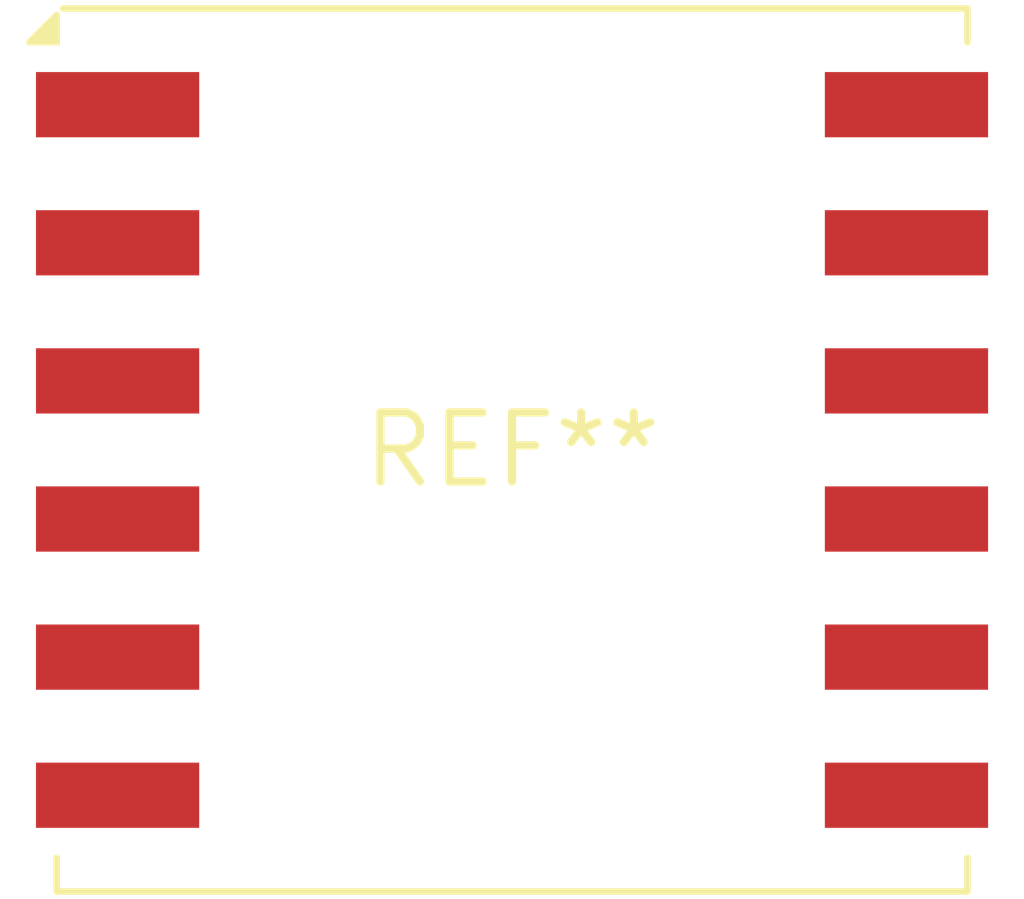
<source format=kicad_pcb>
(kicad_pcb (version 20240108) (generator pcbnew)
  (layers (0 "F.Cu" signal) (31 "B.Cu" signal) (34 "B.Paste" user) (35 "F.Paste" user) (36 "B.SilkS" user "B.Silkscreen") (37 "F.SilkS" user "F.Silkscreen") (38 "B.Mask" user) (39 "F.Mask" user) (44 "Edge.Cuts" user))
  (net 0 "")
  (footprint "ZETA-433-SO_SMD" (layer "F.Cu") (at 0 0)
    (property "Reference" "REF**")
    (property "Value" "ZETA-433-SO_SMD")
    (fp_line (start -8.37 8.12) (end -8.37 7.5) (layer "F.SilkS") (stroke (width 0.12)))
    (fp_line (start 8.37 -8.12) (end -8.25 -8.12) (layer "F.SilkS") (stroke (width 0.12)))
    (fp_line (start 8.37 -7.5) (end 8.37 -8.12) (layer "F.SilkS") (stroke (width 0.12)))
    (fp_line (start 8.37 8.12) (end -8.37 8.12) (layer "F.SilkS") (stroke (width 0.12)))
    (fp_line (start 8.37 8.12) (end 8.37 7.5) (layer "F.SilkS") (stroke (width 0.12)))
    (fp_poly (pts (xy -8.37 -7.5) (xy -8.87 -7.5) (xy -8.37 -8) (xy -8.37 -7.5)) (layer "F.SilkS") (stroke (width 0.12)) (fill solid))
    (pad "1" smd rect (at -7.25 -6.35) (size 3 1.2) (layers "F.Cu" "F.Paste" "F.Mask"))
    (pad "2" smd rect (at -7.25 -3.81) (size 3 1.2) (layers "F.Cu" "F.Paste" "F.Mask"))
    (pad "3" smd rect (at -7.25 -1.27) (size 3 1.2) (layers "F.Cu" "F.Paste" "F.Mask"))
    (pad "4" smd rect (at -7.25 1.27) (size 3 1.2) (layers "F.Cu" "F.Paste" "F.Mask"))
    (pad "5" smd rect (at -7.25 3.81) (size 3 1.2) (layers "F.Cu" "F.Paste" "F.Mask"))
    (pad "6" smd rect (at -7.25 6.35) (size 3 1.2) (layers "F.Cu" "F.Paste" "F.Mask"))
    (pad "7" smd rect (at 7.25 6.35) (size 3 1.2) (layers "F.Cu" "F.Paste" "F.Mask"))
    (pad "8" smd rect (at 7.25 3.81) (size 3 1.2) (layers "F.Cu" "F.Paste" "F.Mask"))
    (pad "9" smd rect (at 7.25 1.27) (size 3 1.2) (layers "F.Cu" "F.Paste" "F.Mask"))
    (pad "10" smd rect (at 7.25 -1.27) (size 3 1.2) (layers "F.Cu" "F.Paste" "F.Mask"))
    (pad "11" smd rect (at 7.25 -3.81) (size 3 1.2) (layers "F.Cu" "F.Paste" "F.Mask"))
    (pad "12" smd rect (at 7.25 -6.35) (size 3 1.2) (layers "F.Cu" "F.Paste" "F.Mask"))
  )
)
</source>
